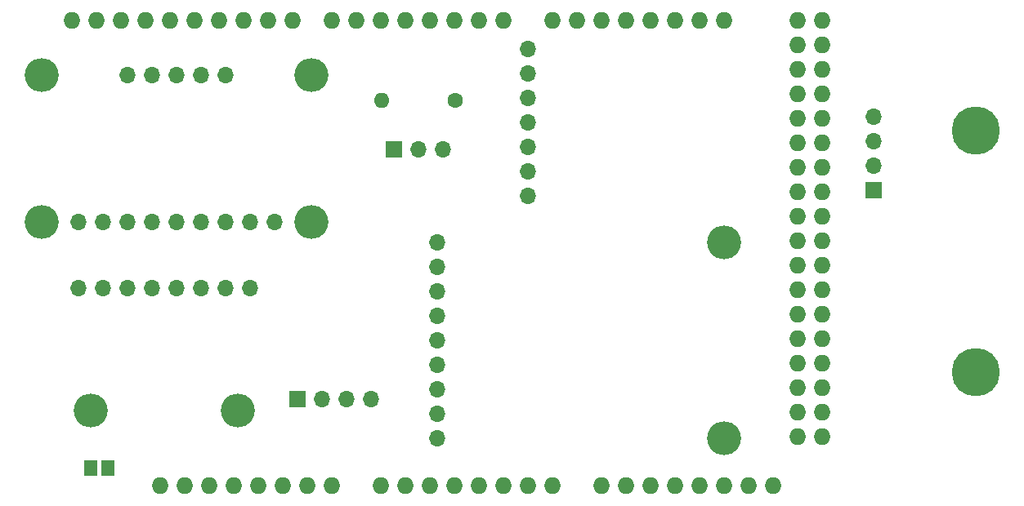
<source format=gbr>
%TF.GenerationSoftware,KiCad,Pcbnew,5.1.9+dfsg1-1*%
%TF.CreationDate,2021-05-17T19:44:08-07:00*%
%TF.ProjectId,Flight_Comp,466c6967-6874-45f4-936f-6d702e6b6963,rev?*%
%TF.SameCoordinates,Original*%
%TF.FileFunction,Soldermask,Top*%
%TF.FilePolarity,Negative*%
%FSLAX46Y46*%
G04 Gerber Fmt 4.6, Leading zero omitted, Abs format (unit mm)*
G04 Created by KiCad (PCBNEW 5.1.9+dfsg1-1) date 2021-05-17 19:44:08*
%MOMM*%
%LPD*%
G01*
G04 APERTURE LIST*
%ADD10O,3.515868X3.515868*%
%ADD11O,1.700000X1.700000*%
%ADD12R,1.700000X1.700000*%
%ADD13C,5.000000*%
%ADD14O,1.727200X1.727200*%
%ADD15C,1.600000*%
%ADD16O,1.600000X1.600000*%
%ADD17C,0.100000*%
G04 APERTURE END LIST*
D10*
%TO.C,J3*%
X115684301Y-117792373D03*
X130924300Y-117792373D03*
D11*
X116954301Y-105092500D03*
X119494301Y-105092500D03*
X122034300Y-105092500D03*
X114414300Y-105092500D03*
X129654300Y-105092499D03*
X127114300Y-105092499D03*
X132194300Y-105092499D03*
X124574301Y-105092499D03*
%TD*%
D12*
%TO.C,J2*%
X137147300Y-116611400D03*
D11*
X139687300Y-116611400D03*
X144767299Y-116611400D03*
X142227300Y-116611400D03*
%TD*%
D10*
%TO.C,J4*%
X138531601Y-98272600D03*
X110591601Y-98272600D03*
X138531601Y-83032601D03*
X110591601Y-83032601D03*
D11*
X119481600Y-83032602D03*
X127101599Y-83032601D03*
X122021599Y-83032602D03*
X124561600Y-83032601D03*
X129641599Y-83032601D03*
X134721601Y-98272600D03*
X122021599Y-98272601D03*
X114401600Y-98272601D03*
X119481600Y-98272601D03*
X116941600Y-98272601D03*
X124561600Y-98272600D03*
X127101599Y-98272600D03*
X132181600Y-98272600D03*
X129641599Y-98272600D03*
%TD*%
%TO.C,J1*%
X196850000Y-89890600D03*
X196850000Y-87350600D03*
X196850000Y-92430600D03*
D12*
X196850000Y-94970600D03*
D13*
X207391000Y-88798400D03*
X207391000Y-113817400D03*
%TD*%
D10*
%TO.C,J5*%
X181348887Y-120637301D03*
X181351300Y-100317300D03*
D11*
X151633300Y-115557299D03*
X151633299Y-105397300D03*
X151633299Y-107937299D03*
X151633300Y-118097300D03*
X151633299Y-102857300D03*
X151633299Y-100317300D03*
X151633300Y-113017299D03*
X151633300Y-110477300D03*
X151633300Y-120637301D03*
%TD*%
D14*
%TO.C,XA1*%
X145783300Y-125590300D03*
X140703300Y-125590300D03*
X138163300Y-125590300D03*
X135623300Y-125590300D03*
X133083300Y-125590300D03*
X130543300Y-125590300D03*
X128003300Y-125590300D03*
X125463300Y-125590300D03*
X181343300Y-77330300D03*
X178803300Y-77330300D03*
X176263300Y-77330300D03*
X173723300Y-77330300D03*
X171183300Y-77330300D03*
X168643300Y-77330300D03*
X166103300Y-77330300D03*
X163563300Y-77330300D03*
X158483300Y-77330300D03*
X155943300Y-77330300D03*
X153403300Y-77330300D03*
X150863300Y-77330300D03*
X148323300Y-77330300D03*
X145783300Y-77330300D03*
X143243300Y-77330300D03*
X140703300Y-77330300D03*
X121399300Y-77330300D03*
X136639300Y-77330300D03*
X134099300Y-77330300D03*
X131559300Y-77330300D03*
X113779300Y-77330300D03*
X116319300Y-77330300D03*
X118859300Y-77330300D03*
X123939300Y-77330300D03*
X126479300Y-77330300D03*
X129019300Y-77330300D03*
X122923300Y-125590300D03*
X148323300Y-125590300D03*
X150863300Y-125590300D03*
X153403300Y-125590300D03*
X155943300Y-125590300D03*
X158483300Y-125590300D03*
X161023300Y-125590300D03*
X163563300Y-125590300D03*
X168643300Y-125590300D03*
X171183300Y-125590300D03*
X173723300Y-125590300D03*
X176263300Y-125590300D03*
X178803300Y-125590300D03*
X181343300Y-125590300D03*
X183883300Y-125590300D03*
X186423300Y-125590300D03*
X188963300Y-77330300D03*
X191503300Y-77330300D03*
X188963300Y-79870300D03*
X191503300Y-79870300D03*
X188963300Y-82410300D03*
X191503300Y-82410300D03*
X188963300Y-84950300D03*
X191503300Y-84950300D03*
X188963300Y-87490300D03*
X191503300Y-87490300D03*
X188963300Y-90030300D03*
X191503300Y-90030300D03*
X188963300Y-92570300D03*
X191503300Y-92570300D03*
X188963300Y-95110300D03*
X191503300Y-95110300D03*
X188963300Y-97650300D03*
X191503300Y-97650300D03*
X188963300Y-100190300D03*
X191503300Y-100190300D03*
X188963300Y-102730300D03*
X191503300Y-102730300D03*
X188963300Y-105270300D03*
X191503300Y-105270300D03*
X188963300Y-107810300D03*
X191503300Y-107810300D03*
X188963300Y-110350300D03*
X191503300Y-110350300D03*
X188963300Y-112890300D03*
X191503300Y-112890300D03*
X188963300Y-115430300D03*
X191503300Y-115430300D03*
X188963300Y-117970300D03*
X191503300Y-117970300D03*
X188963300Y-120510300D03*
X191503300Y-120510300D03*
%TD*%
D11*
%TO.C,J6*%
X161003360Y-80289401D03*
X161003361Y-95529400D03*
X161003360Y-82829401D03*
X161003361Y-90449401D03*
X161003360Y-85369401D03*
X161003360Y-87909400D03*
X161003361Y-92989400D03*
%TD*%
D15*
%TO.C,R1*%
X153454100Y-85585300D03*
D16*
X145834100Y-85585300D03*
%TD*%
D12*
%TO.C,U1*%
X147104100Y-90665300D03*
D11*
X149644100Y-90665300D03*
X152184100Y-90665300D03*
%TD*%
D17*
%TO.C,Reset1*%
G36*
X116868345Y-124610639D02*
G01*
X116858966Y-124607794D01*
X116850321Y-124603173D01*
X116842745Y-124596955D01*
X116836527Y-124589379D01*
X116831906Y-124580734D01*
X116829061Y-124571355D01*
X116828100Y-124561600D01*
X116828100Y-123037600D01*
X116829061Y-123027845D01*
X116831906Y-123018466D01*
X116836527Y-123009821D01*
X116842745Y-123002245D01*
X116850321Y-122996027D01*
X116858966Y-122991406D01*
X116868345Y-122988561D01*
X116878100Y-122987600D01*
X118148100Y-122987600D01*
X118157855Y-122988561D01*
X118167234Y-122991406D01*
X118175879Y-122996027D01*
X118183455Y-123002245D01*
X118189673Y-123009821D01*
X118194294Y-123018466D01*
X118197139Y-123027845D01*
X118198100Y-123037600D01*
X118198100Y-124561600D01*
X118197139Y-124571355D01*
X118194294Y-124580734D01*
X118189673Y-124589379D01*
X118183455Y-124596955D01*
X118175879Y-124603173D01*
X118167234Y-124607794D01*
X118157855Y-124610639D01*
X118148100Y-124611600D01*
X116878100Y-124611600D01*
X116868345Y-124610639D01*
G37*
G36*
X115090345Y-124610639D02*
G01*
X115080966Y-124607794D01*
X115072321Y-124603173D01*
X115064745Y-124596955D01*
X115058527Y-124589379D01*
X115053906Y-124580734D01*
X115051061Y-124571355D01*
X115050100Y-124561600D01*
X115050100Y-123037600D01*
X115051061Y-123027845D01*
X115053906Y-123018466D01*
X115058527Y-123009821D01*
X115064745Y-123002245D01*
X115072321Y-122996027D01*
X115080966Y-122991406D01*
X115090345Y-122988561D01*
X115100100Y-122987600D01*
X116370100Y-122987600D01*
X116379855Y-122988561D01*
X116389234Y-122991406D01*
X116397879Y-122996027D01*
X116405455Y-123002245D01*
X116411673Y-123009821D01*
X116416294Y-123018466D01*
X116419139Y-123027845D01*
X116420100Y-123037600D01*
X116420100Y-124561600D01*
X116419139Y-124571355D01*
X116416294Y-124580734D01*
X116411673Y-124589379D01*
X116405455Y-124596955D01*
X116397879Y-124603173D01*
X116389234Y-124607794D01*
X116379855Y-124610639D01*
X116370100Y-124611600D01*
X115100100Y-124611600D01*
X115090345Y-124610639D01*
G37*
%TD*%
M02*

</source>
